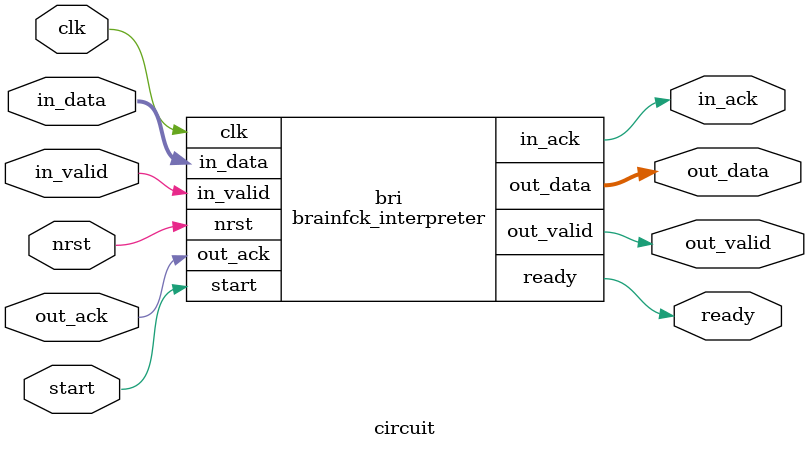
<source format=sv>
/*
module brainfck_interpreter(input clk, nrst,input logic [7:0] in_data, input in_valid, 
output in_ack, output logic [7:0] out_data, output out_valid, output out_ack,
input start, output ready);
endmodule
*/

module memory( input logic rd, wr, clk, input logic [7:0] rdaddr, wraddr,
              input logic [7:0] in, output logic [7:0] out
);
  logic [7:0] mem [0:255];
  assign out = rd ? mem[rdaddr] : out;
  always_ff @(posedge clk) if (wr) mem[wraddr] <= in;
endmodule

module state_path(input clk,nrst,start,zeroed,to_write,
to_read,go_right,go_left,stop_right,stop_left,to_end,
output ready, output logic [2:0] state);
const logic [2:0] READY = 0, ZERO = 1, WORK = 2,
RIGHT = 3,LEFT = 4, WRITE = 5,READ = 6;
always_ff @(posedge clk or negedge nrst)
if(!nrst) begin 
  state <= READY;
  ready <= 1;
end else case(state) 
  READY: if(start && ready) begin 
    state <= ZERO;
    ready <= 0;
  end
  ZERO: if(zeroed) state <= WORK;
  WORK: if(to_write) state <= WRITE;
  else if(to_read) state <= READ;
  else if(go_left) state <= LEFT;
  else if(go_right) state <= RIGHT;
  else if(to_end) begin 
    state <= READY;
    ready <= 1;
  end
  READ: if(!to_read) state <= WORK;
  WRITE: if(!to_write) state <= WORK;
  LEFT: if(stop_left) state <= WORK;
  RIGHT: if(stop_right) state <= WORK;
endcase
endmodule

module inc_dec_module(input inc,dec,nrst,clk,output logic [7:0] value);
always_ff @(posedge clk or negedge nrst)
if(!nrst) value <= 0;
else if(inc) value <= value + 1;
else if(dec) value <= value - 1;
endmodule

module brainfck_interpreter(input clk, nrst,input logic [7:0] in_data, input in_valid, 
output in_ack, output logic [7:0] out_data, output out_valid, input out_ack,
input start, output ready);

const logic [2:0] READY = 0, ZERO = 1, WORK = 2,
RIGHT = 3,LEFT = 4, WRITE = 5,READ = 6;

const logic [7:0] PLUS = 8'h2b, MINUS = 8'h2d, BRC_L = 8'h5b,
BRC_R = 8'h5d, SHIFT_L = 8'h3c, SHIFT_R = 8'h3e, DOT = 8'h2e,
COMMA = 8'h2c, EOF = 8'h00;

logic [2:0] state;
logic [7:0] code;
logic [7:0] program_counter, head, value,data,c;
logic zeroed,to_write,to_read,go_right,
go_left,stop_right,stop_left,to_end,
write_queue,write_code,inc_head,
inc_pc,dec_head,dec_pc,
nrst_pc,nrst_head,
inc_c,dec_c,
nrst_c;

always_comb begin
  inc_c = 0;
  dec_c = 0;
  nrst_c = 1;
  to_end = 0;
  in_ack = 0;
  inc_pc = 0;
  dec_pc = 0;
  zeroed = 0;
  to_read = 0;
  to_read = 0;
  nrst_pc = 1;
  go_left = 0;
  to_write = 0;
  go_right = 0;
  inc_head = 0;
  dec_head = 0;
  nrst_head = 1;
  stop_left = 0;
  out_valid = 0;
  write_code = 0;
  stop_right = 0;
  write_queue = 0;
  data = in_data;
  if(!nrst) begin 
    nrst_pc = 0;
    nrst_head = 0;
  end
  else case(state)
  READY: if(in_valid & !start) begin 
    in_ack = 0;
    inc_pc = 1;
    write_code = 1;
  end else if (ready & start) begin
    nrst_pc = 0;
    nrst_head = 0;
  end
  ZERO : begin 
    data = 0;
    inc_head = 1;
    write_queue = 1;
    zeroed = (head + 1) == 0;
  end
  WORK : begin if(code == PLUS)begin 
    inc_pc = 1;
    write_queue = 1;
    data = value + 1;
  end else if(code == MINUS) begin 
    inc_pc = 1;
    write_queue = 1;
    data = value - 1;
  end else if(code == SHIFT_L) begin 
    inc_pc = 1;
    dec_head = 1;
  end else if(code == SHIFT_R) begin 
    inc_pc = 1;
    inc_head = 1;
  end else if(code == DOT) begin 
    to_write = 1;
    out_valid = 1;
  end else if(code == COMMA) begin 
    in_ack = 1;
    to_read = 1;
  end else if(code == EOF) begin 
    to_end = 1;
    nrst_pc = 0;
    nrst_head = 0;
  end else if(code == BRC_L) begin 
    inc_pc = 1;
    if(value == 0) begin 
      nrst_c = 0;
      go_right = 1;
    end
  end else if(code == BRC_R) begin 
    if(value == 0) inc_pc = 1;
    else begin 
      nrst_c = 0;
      go_left = 1;
      dec_pc = 1;
    end
  end end
  RIGHT: begin 
    inc_pc = 1;
    if(code == BRC_L) inc_c = 1;
    else if(code == BRC_R) begin 
      if(c > 0) dec_c = 1;
      else stop_right = 1;
    end
  end
  LEFT: begin 
    if(code == BRC_R) begin 
      inc_c = 1;
      dec_pc = 1;
    end else if(code == BRC_L) begin 
      if(c > 0) begin 
        dec_c = 1;
        dec_pc = 1;
      end
      else begin 
        inc_pc = 1;
        stop_left = 1;
      end
    end
  end
  WRITE: begin 
    if(!out_ack) begin 
      out_valid = 1;
      to_write = 1;
    end else begin 
      inc_pc = 1;
    end
  end
  READ: begin 
    if(!in_valid) begin 
      to_read = 1;
      in_ack = 1;
    end else begin 
      write_queue = 1;
      inc_pc = 1;
    end
  end
  endcase
end

assign out_data = state == WRITE || (state == WORK && code == DOT) ? value : out_data;

memory queue(1,write_queue,clk,head,head,data,value);
memory codem(1,write_code,clk,program_counter,program_counter,data,code);
inc_dec_module pc(inc_pc,dec_pc,nrst_pc,clk,program_counter);
inc_dec_module hc(inc_head,dec_head,nrst_head,clk,head);
inc_dec_module cc(inc_c,dec_c,nrst_c,clk,c);
state_path sp(clk,nrst,start,zeroed,to_write,to_read,go_right,
go_left,stop_right,stop_left,to_end,ready,state);
endmodule 

module circuit(input clk, nrst,input logic [7:0] in_data, input in_valid, 
output in_ack, output logic [7:0] out_data, output out_valid, input out_ack,
input start, output ready);
brainfck_interpreter bri(clk,nrst,in_data,in_valid,in_ack,out_data,out_valid,out_ack,start,ready);
endmodule
</source>
